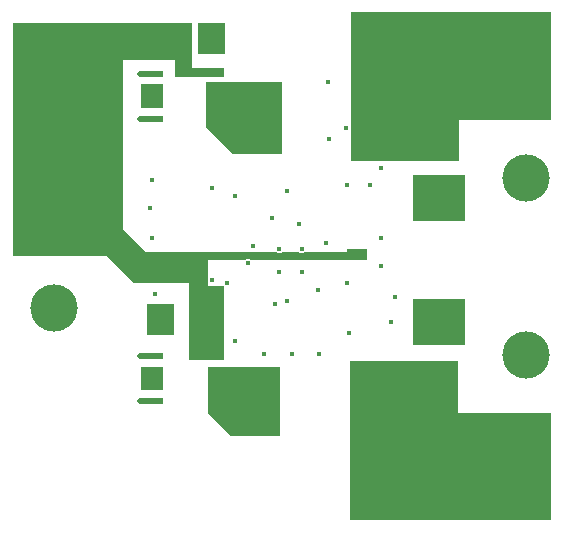
<source format=gtl>
G04 Layer_Physical_Order=1*
G04 Layer_Color=255*
%FSLAX44Y44*%
%MOMM*%
G71*
G01*
G75*
%ADD10R,0.9000X2.5000*%
%ADD11R,1.1950X0.5600*%
%ADD12R,3.8500X5.5000*%
%ADD13R,2.5500X3.7500*%
%ADD14C,0.5000*%
%ADD15C,0.3000*%
%ADD16C,4.0000*%
%ADD17C,0.4500*%
G36*
X398000Y178000D02*
X354000D01*
Y217000D01*
X398000D01*
Y178000D01*
D02*
G37*
G36*
X152000Y187000D02*
X129000D01*
Y213000D01*
X152000D01*
Y187000D01*
D02*
G37*
G36*
X143000Y140000D02*
X124000D01*
Y160000D01*
X143000D01*
Y140000D01*
D02*
G37*
G36*
X392000Y121000D02*
X471000D01*
Y30000D01*
X301000D01*
X301000Y165000D01*
X392000D01*
Y121000D01*
D02*
G37*
G36*
X242000Y101000D02*
X200000D01*
X181000Y120000D01*
Y160000D01*
X242000D01*
Y101000D01*
D02*
G37*
G36*
X398000Y283000D02*
X354000D01*
Y322000D01*
X398000D01*
Y283000D01*
D02*
G37*
G36*
X167000Y413000D02*
X194000D01*
Y405000D01*
X153000D01*
Y420000D01*
X109000D01*
Y276000D01*
X128000Y257000D01*
X238740D01*
X239537Y256468D01*
X241000Y256177D01*
X242463Y256468D01*
X243260Y257000D01*
X257740D01*
X258537Y256468D01*
X260000Y256177D01*
X261463Y256468D01*
X262260Y257000D01*
X298000D01*
Y260000D01*
X315000D01*
Y250000D01*
X217340D01*
X217204Y250204D01*
X215963Y251032D01*
X214500Y251323D01*
X213037Y251032D01*
X211796Y250204D01*
X211660Y250000D01*
X181000D01*
Y235012D01*
X180968Y234963D01*
X180677Y233500D01*
X180968Y232037D01*
X181000Y231988D01*
Y228000D01*
X194000D01*
Y166000D01*
X165000D01*
Y231000D01*
X118000D01*
X95000Y254000D01*
X16000D01*
Y451000D01*
X167000D01*
Y413000D01*
D02*
G37*
G36*
X195000Y425000D02*
X172000D01*
Y451000D01*
X195000D01*
Y425000D01*
D02*
G37*
G36*
X143000Y379000D02*
X124000D01*
Y399000D01*
X143000D01*
Y379000D01*
D02*
G37*
G36*
X471000Y369000D02*
X393000D01*
Y334000D01*
X302000D01*
Y460000D01*
X471000D01*
Y369000D01*
D02*
G37*
G36*
X243000Y340000D02*
X202000D01*
X179000Y363000D01*
Y401000D01*
X243000D01*
Y340000D01*
D02*
G37*
D10*
X146500Y200000D02*
D03*
X177500D02*
D03*
X177500Y438000D02*
D03*
X146500D02*
D03*
D11*
X187275Y130950D02*
D03*
Y143650D02*
D03*
Y156350D02*
D03*
Y169050D02*
D03*
X136725Y130950D02*
D03*
Y143650D02*
D03*
Y156350D02*
D03*
Y169050D02*
D03*
X187275Y369950D02*
D03*
Y382650D02*
D03*
Y395350D02*
D03*
Y408050D02*
D03*
X136725Y369950D02*
D03*
Y382650D02*
D03*
Y395350D02*
D03*
Y408050D02*
D03*
D12*
X321750Y130000D02*
D03*
X222250D02*
D03*
Y370000D02*
D03*
X321750D02*
D03*
D13*
X376000Y357000D02*
D03*
Y303000D02*
D03*
Y143000D02*
D03*
Y197000D02*
D03*
D14*
X123050Y169050D02*
X136725D01*
X123050Y130950D02*
X136725D01*
X123050Y369950D02*
X136725D01*
X123050Y408050D02*
X136725D01*
D15*
X198250Y154000D02*
Y155000D01*
Y154000D02*
X222250Y130000D01*
X197250Y155000D02*
X198250D01*
X195900Y156350D02*
X197250Y155000D01*
X222200Y369950D02*
X222250Y370000D01*
D16*
X450000Y100000D02*
D03*
Y170000D02*
D03*
Y320000D02*
D03*
X50000Y290000D02*
D03*
X450000Y390000D02*
D03*
X50000Y210000D02*
D03*
D17*
X133000Y318000D02*
D03*
X132000Y294000D02*
D03*
X134000Y246000D02*
D03*
X133000Y269000D02*
D03*
X280999Y265000D02*
D03*
X128000Y144000D02*
D03*
Y156000D02*
D03*
Y383000D02*
D03*
Y395000D02*
D03*
X358000Y209000D02*
D03*
Y185000D02*
D03*
Y197000D02*
D03*
Y315000D02*
D03*
Y303000D02*
D03*
Y291000D02*
D03*
X317500Y313500D02*
D03*
X394000Y209000D02*
D03*
Y197000D02*
D03*
Y185000D02*
D03*
X188000Y431000D02*
D03*
Y438000D02*
D03*
Y445000D02*
D03*
X136000Y193000D02*
D03*
Y200000D02*
D03*
Y207000D02*
D03*
X394000Y291000D02*
D03*
Y303000D02*
D03*
Y315000D02*
D03*
X310000Y256000D02*
D03*
X298500Y313500D02*
D03*
X197000Y231000D02*
D03*
X184500Y233500D02*
D03*
X298500Y230500D02*
D03*
X136000Y222000D02*
D03*
X257500Y280500D02*
D03*
X241000Y260000D02*
D03*
X275000Y171000D02*
D03*
X228000D02*
D03*
X282000Y401000D02*
D03*
X327000Y269000D02*
D03*
X336000Y197500D02*
D03*
X327000Y245000D02*
D03*
X339000Y219000D02*
D03*
X274000Y225000D02*
D03*
X237500Y213500D02*
D03*
X123050Y169050D02*
D03*
X184000Y311000D02*
D03*
X203500Y304500D02*
D03*
X218500Y262500D02*
D03*
X248000Y308500D02*
D03*
X235000Y286000D02*
D03*
X198250Y155000D02*
D03*
X203500Y182000D02*
D03*
X214500Y247500D02*
D03*
X354000Y130000D02*
D03*
X241000Y240000D02*
D03*
X260000D02*
D03*
Y260000D02*
D03*
X327000Y328000D02*
D03*
X300000Y189000D02*
D03*
X252000Y171000D02*
D03*
X283000Y353000D02*
D03*
X297500Y362500D02*
D03*
X247500Y215500D02*
D03*
X123050Y130950D02*
D03*
X123050Y408050D02*
D03*
Y369950D02*
D03*
X198000D02*
D03*
X353000Y370000D02*
D03*
M02*

</source>
